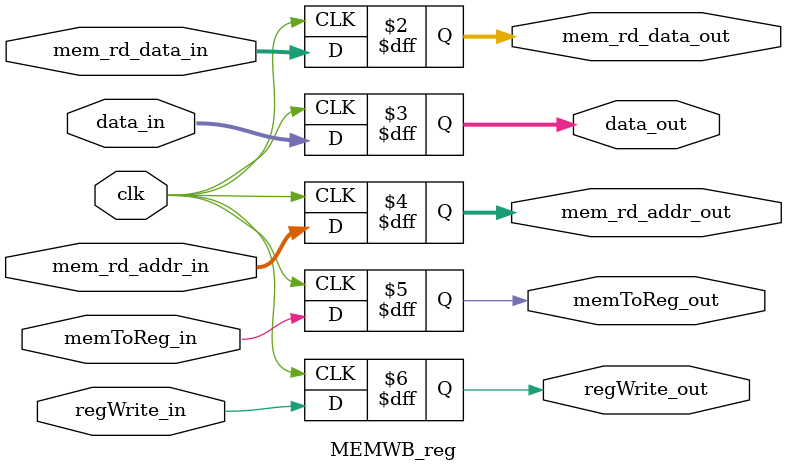
<source format=v>
module MEMWB_reg(
    input clk,
    input [31:0] mem_rd_data_in,
    input [31:0] data_in,
    input [4:0] mem_rd_addr_in,
    input memToReg_in,
    input regWrite_in,
    output reg [31:0] mem_rd_data_out,
    output reg [31:0] data_out,
    output reg [4:0] mem_rd_addr_out,
    output reg memToReg_out,
    output reg regWrite_out
);
    
    always@(posedge clk)begin
        mem_rd_data_out = mem_rd_data_in;
        data_out = data_in;
        mem_rd_addr_out = mem_rd_addr_in;
        memToReg_out = memToReg_in;
        regWrite_out = regWrite_in;
    end

endmodule
</source>
